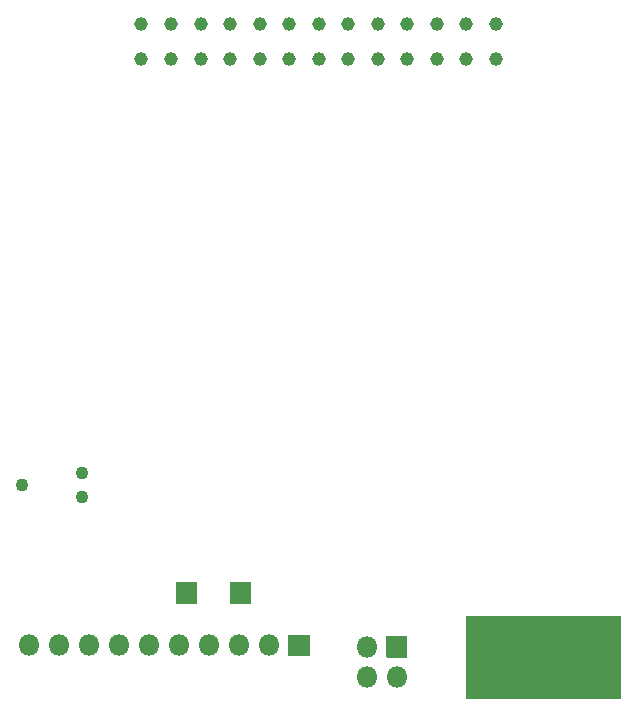
<source format=gbs>
G04 #@! TF.GenerationSoftware,KiCad,Pcbnew,(6.0.1)*
G04 #@! TF.CreationDate,2022-08-31T18:15:56+03:00*
G04 #@! TF.ProjectId,wideband_controller,77696465-6261-46e6-945f-636f6e74726f,rev?*
G04 #@! TF.SameCoordinates,PX5d42830PY713e7a8*
G04 #@! TF.FileFunction,Soldermask,Bot*
G04 #@! TF.FilePolarity,Negative*
%FSLAX46Y46*%
G04 Gerber Fmt 4.6, Leading zero omitted, Abs format (unit mm)*
G04 Created by KiCad (PCBNEW (6.0.1)) date 2022-08-31 18:15:56*
%MOMM*%
%LPD*%
G01*
G04 APERTURE LIST*
%ADD10C,0.120000*%
%ADD11O,1.798000X1.798000*%
%ADD12C,1.148000*%
%ADD13C,1.089000*%
G04 APERTURE END LIST*
D10*
G04 #@! TO.C,U9*
X41731941Y2136268D02*
X41731941Y9136268D01*
X41731941Y9136268D02*
X54731941Y9136268D01*
X54731941Y9136268D02*
X54731941Y2136268D01*
X54731941Y2136268D02*
X41731941Y2136268D01*
G36*
X54731941Y2136268D02*
G01*
X41731941Y2136268D01*
X41731941Y9136268D01*
X54731941Y9136268D01*
X54731941Y2136268D01*
G37*
X54731941Y2136268D02*
X41731941Y2136268D01*
X41731941Y9136268D01*
X54731941Y9136268D01*
X54731941Y2136268D01*
X41731941Y2136268D02*
X41731941Y9136268D01*
X41731941Y9136268D02*
X54731941Y9136268D01*
X54731941Y9136268D02*
X54731941Y2136268D01*
X54731941Y2136268D02*
X41731941Y2136268D01*
G36*
X54731941Y2136268D02*
G01*
X41731941Y2136268D01*
X41731941Y9136268D01*
X54731941Y9136268D01*
X54731941Y2136268D01*
G37*
X54731941Y2136268D02*
X41731941Y2136268D01*
X41731941Y9136268D01*
X54731941Y9136268D01*
X54731941Y2136268D01*
G04 #@! TD*
G04 #@! TO.C,J3*
G36*
G01*
X34969000Y7381000D02*
X36669000Y7381000D01*
G75*
G02*
X36718000Y7332000I0J-49000D01*
G01*
X36718000Y5632000D01*
G75*
G02*
X36669000Y5583000I-49000J0D01*
G01*
X34969000Y5583000D01*
G75*
G02*
X34920000Y5632000I0J49000D01*
G01*
X34920000Y7332000D01*
G75*
G02*
X34969000Y7381000I49000J0D01*
G01*
G37*
D11*
X35819000Y3942000D03*
X33279000Y6482000D03*
X33279000Y3942000D03*
G04 #@! TD*
G04 #@! TO.C,J4*
G36*
G01*
X26704000Y7503000D02*
X28404000Y7503000D01*
G75*
G02*
X28453000Y7454000I0J-49000D01*
G01*
X28453000Y5754000D01*
G75*
G02*
X28404000Y5705000I-49000J0D01*
G01*
X26704000Y5705000D01*
G75*
G02*
X26655000Y5754000I0J49000D01*
G01*
X26655000Y7454000D01*
G75*
G02*
X26704000Y7503000I49000J0D01*
G01*
G37*
X25014000Y6604000D03*
X22474000Y6604000D03*
X19934000Y6604000D03*
X17394000Y6604000D03*
X14854000Y6604000D03*
X12314000Y6604000D03*
X9774000Y6604000D03*
X7234000Y6604000D03*
X4694000Y6604000D03*
G04 #@! TD*
D12*
G04 #@! TO.C,J2*
X14215402Y56257490D03*
X14215402Y59257490D03*
X16715402Y56257490D03*
X16715402Y59257490D03*
X19215402Y56257490D03*
X19215402Y59257490D03*
X21715402Y56257490D03*
X21715402Y59257490D03*
X24215402Y56257490D03*
X24215402Y59257490D03*
X26715402Y56257490D03*
X26715402Y59257490D03*
X29215402Y56257490D03*
X29215402Y59257490D03*
X31715402Y56257490D03*
X31715402Y59257490D03*
X34215402Y56257490D03*
X34215402Y59257490D03*
X36715402Y56257490D03*
X36715402Y59257490D03*
X39215402Y56257490D03*
X39215402Y59257490D03*
X41715402Y56257490D03*
X41715402Y59257490D03*
X44215402Y56257490D03*
X44215402Y59257490D03*
G04 #@! TD*
G04 #@! TO.C,TP1*
G36*
G01*
X21707000Y10199000D02*
X21707000Y11899000D01*
G75*
G02*
X21756000Y11948000I49000J0D01*
G01*
X23456000Y11948000D01*
G75*
G02*
X23505000Y11899000I0J-49000D01*
G01*
X23505000Y10199000D01*
G75*
G02*
X23456000Y10150000I-49000J0D01*
G01*
X21756000Y10150000D01*
G75*
G02*
X21707000Y10199000I0J49000D01*
G01*
G37*
G04 #@! TD*
D13*
G04 #@! TO.C,J5*
X9144000Y19177000D03*
X4064000Y20193000D03*
X9144000Y21209000D03*
G04 #@! TD*
G04 #@! TO.C,TP2*
G36*
G01*
X17135000Y10199000D02*
X17135000Y11899000D01*
G75*
G02*
X17184000Y11948000I49000J0D01*
G01*
X18884000Y11948000D01*
G75*
G02*
X18933000Y11899000I0J-49000D01*
G01*
X18933000Y10199000D01*
G75*
G02*
X18884000Y10150000I-49000J0D01*
G01*
X17184000Y10150000D01*
G75*
G02*
X17135000Y10199000I0J49000D01*
G01*
G37*
G04 #@! TD*
M02*

</source>
